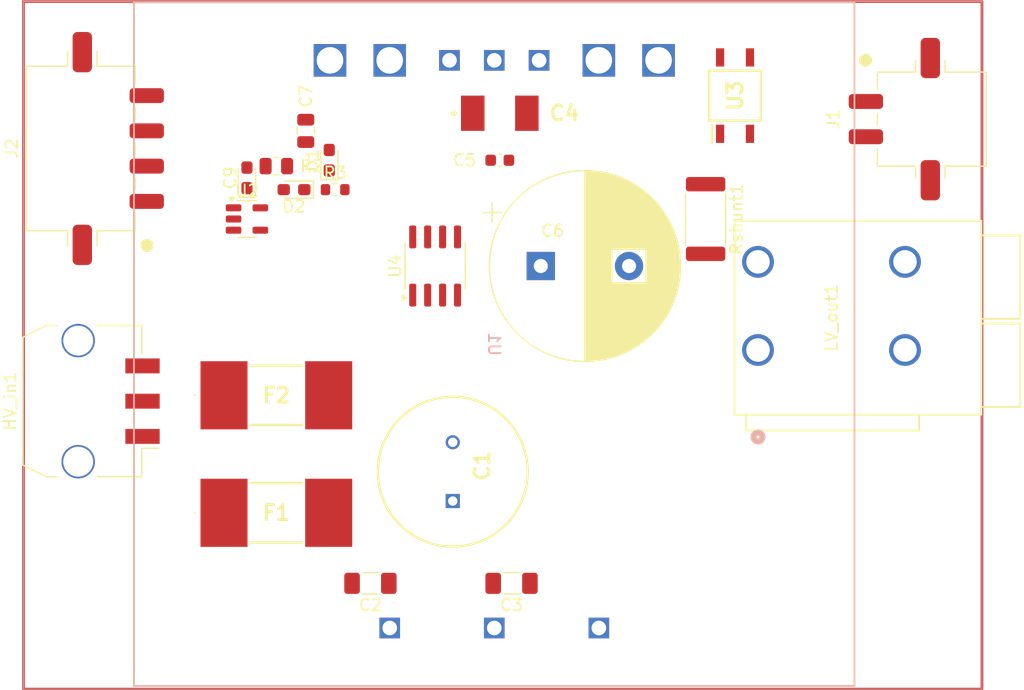
<source format=kicad_pcb>
(kicad_pcb (version 20240108) (generator "pcbnew") (generator_version "8.0")
  (layers (0 "F.Cu" signal) (31 "B.Cu" signal) (34 "B.Paste" user) (35 "F.Paste" user) (36 "B.SilkS" user "B.Silkscreen") (37 "F.SilkS" user "F.Silkscreen") (38 "B.Mask" user) (39 "F.Mask" user) (44 "Edge.Cuts" user))
  (net 0 "")
  (net 1 "/HV-")
  (net 2 "Net-(U1-+S)")
  (net 3 "GND")
  (net 5 "Net-(U1--VIN)")
  (net 6 "Net-(U1-+VIN)")
  (net 7 "Net-(U1-BasePlate)")
  (net 8 "/HV+")
  (net 9 "/LV_Cmeasure")
  (net 10 "Net-(R3-Pad2)")
  (net 11 "+3V3")
  (net 12 "Net-(D1-A)")
  (net 13 "Net-(D1-K)")
  (net 15 "Net-(BT1-+)")
  (net 16 "/TEMP_TSDCDC")
  (net 17 "Net-(LV_out1-Pin_1)")
  (net 18 "Net-(U1-CNT)")
  (footprint "Resistor_SMD:R_0603_1608Metric" (layer "F.Cu") (at 147.5 78.5)
    (property "Reference" "R3" (at 0 -1.43 0) (layer "F.SilkS"))
    (property "Value" "220")
    (fp_line (start -0.237258 -0.5225) (end 0.237258 -0.5225) (stroke (width 0.12)) (layer "F.SilkS"))
    (fp_line (start -0.237258 0.5225) (end 0.237258 0.5225) (stroke (width 0.12)) (layer "F.SilkS"))
    (pad "1" smd roundrect (at -0.825 0) (size 0.8 0.95) (layers "F.Cu" "F.Paste" "F.Mask") (net 13 "Net-(D1-K)"))
    (pad "2" smd roundrect (at 0.825 0) (size 0.8 0.95) (layers "F.Cu" "F.Paste" "F.Mask") (net 10 "Net-(R3-Pad2)"))
  )
  (footprint "Capacitor_SMD:C_1206_3216Metric_Pad1.33x1.80mm_HandSolder" (layer "F.Cu") (at 162.5 112 180)
    (property "Reference" "C3" (at 0 -1.85 360) (layer "F.SilkS"))
    (property "Value" "390p 2kV Y Class")
    (fp_line (start -0.711252 0.91) (end 0.711252 0.91) (stroke (width 0.12)) (layer "F.SilkS"))
    (fp_line (start -0.711252 -0.91) (end 0.711252 -0.91) (stroke (width 0.12)) (layer "F.SilkS"))
    (pad "1" smd roundrect (at -1.5625 0 180) (size 1.325 1.8) (layers "F.Cu" "F.Paste" "F.Mask") (roundrect_rratio 0.188679) (net 7 "Net-(U1-BasePlate)"))
    (pad "2" smd roundrect (at 1.5625 0 180) (size 1.325 1.8) (layers "F.Cu" "F.Paste" "F.Mask") (roundrect_rratio 0.188679) (net 5 "Net-(U1--VIN)"))
  )
  (footprint "FaSTTUBe_connectors:Micro_Mate-N-Lok_2p_horizontal" (layer "F.Cu") (at 198.1075 72.5 90)
    (property "Reference" "J1" (at 0 -8.25 90) (layer "F.SilkS"))
    (property "Value" "MMN-Lok_2p_h")
    (fp_line (start 2.5 -4.5) (end 4 -4.5) (stroke (width 0.12)) (layer "F.SilkS"))
    (fp_line (start -0.5 -4.5) (end 0.5 -4.5) (stroke (width 0.12)) (layer "F.SilkS"))
    (fp_line (start -4 -4.5) (end -2.5 -4.5) (stroke (width 0.12)) (layer "F.SilkS"))
    (fp_line (start 5 -1.25) (end 4 -1.25) (stroke (width 0.12)) (layer "F.SilkS"))
    (fp_line (start 4 -1.25) (end 4 -4.5) (stroke (width 0.12)) (layer "F.SilkS"))
    (fp_line (start -4 -1.25) (end -4 -4.5) (stroke (width 0.12)) (layer "F.SilkS"))
    (fp_line (start -4 -1.25) (end -5 -1.25) (stroke (width 0.12)) (layer "F.SilkS"))
    (fp_line (start 4 1.25) (end 5 1.25) (stroke (width 0.12)) (layer "F.SilkS"))
    (fp_line (start -4 1.25) (end -4 4.75) (stroke (width 0.12)) (layer "F.SilkS"))
    (fp_line (start -5 1.25) (end -4 1.25) (stroke (width 0.12)) (layer "F.SilkS"))
    (fp_line (start 4 4.75) (end 4 1.25) (stroke (width 0.12)) (layer "F.SilkS"))
    (fp_line (start -4 4.75) (end 4 4.75) (stroke (width 0.12)) (layer "F.SilkS"))
    (fp_circle (center 5 -5.5) (end 5.5 -5.5) (stroke (width 0.12)) (fill solid) (layer "F.SilkS"))
    (pad "" smd roundrect (at -5.2 0 90) (size 3.43 1.65) (layers "F.Cu" "F.Paste" "F.Mask"))
    (pad "" smd roundrect (at 5.2 0 90) (size 3.43 1.65) (layers "F.Cu" "F.Paste" "F.Mask"))
    (pad "1" smd roundrect (at 1.5 -5.48 90) (size 1.27 2.92) (layers "F.Cu" "F.Paste" "F.Mask") (net 12 "Net-(D1-A)"))
    (pad "2" smd roundrect (at -1.5 -5.48 90) (size 1.27 2.92) (layers "F.Cu" "F.Paste" "F.Mask") (net 15 "Net-(BT1-+)"))
  )
  (footprint "footprints:0ACG5000TE" (layer "F.Cu") (at 142.5 96)
    (property "Reference" "F2" (at 0 0 360) (layer "F.SilkS") (effects (font (size 1.27 1.27) (thickness 0.254))))
    (property "Value" "450VDC 5 A" (hide yes))
    (fp_line (start -7 0) (end -7 0) (stroke (width 0.1)) (layer "F.SilkS"))
    (fp_line (start -6.9 0) (end -6.9 0) (stroke (width 0.1)) (layer "F.SilkS"))
    (fp_line (start -2.2 -2.525) (end 2.2 -2.525) (stroke (width 0.2)) (layer "F.SilkS"))
    (fp_line (start -2.2 2.525) (end 2.2 2.525) (stroke (width 0.2)) (layer "F.SilkS"))
    (fp_arc (start -7 0) (mid -6.95 -0.05) (end -6.9 0) (stroke (width 0.1)) (layer "F.SilkS"))
    (fp_arc (start -6.9 0) (mid -6.95 0.05) (end -7 0) (stroke (width 0.1)) (layer "F.SilkS"))
    (pad "1" smd rect (at -4.45 0) (size 4 5.8) (layers "F.Cu" "F.Paste" "F.Mask") (net 1 "/HV-"))
    (pad "2" smd rect (at 4.45 0) (size 4 5.8) (layers "F.Cu" "F.Paste" "F.Mask") (net 5 "Net-(U1--VIN)"))
  )
  (footprint "Diode_SMD:D_0603_1608Metric_Pad1.05x0.95mm_HandSolder" (layer "F.Cu") (at 140 77.5 90)
    (property "Reference" "C9" (at 0 -1.43 90) (layer "F.SilkS"))
    (property "Value" "100n")
    (fp_line (start 0.8 -0.735) (end -1.66 -0.735) (stroke (width 0.12)) (layer "F.SilkS"))
    (fp_line (start -1.66 -0.735) (end -1.66 0.735) (stroke (width 0.12)) (layer "F.SilkS"))
    (fp_line (start -1.66 0.735) (end 0.8 0.735) (stroke (width 0.12)) (layer "F.SilkS"))
    (pad "1" smd roundrect (at -0.875 0 90) (size 1.05 0.95) (layers "F.Cu" "F.Paste" "F.Mask") (net 11 "+3V3"))
    (pad "2" smd roundrect (at 0.875 0 90) (size 1.05 0.95) (layers "F.Cu" "F.Paste" "F.Mask") (net 3 "GND"))
  )
  (footprint "footprints:CAPPRD500W60D1275H2200" (layer "F.Cu") (at 157.5 105 90)
    (property "Reference" "C1" (at 3 2.5 90) (layer "F.SilkS") (effects (font (size 1.27 1.27) (thickness 0.254))))
    (property "Value" "22µ 420 VDC" (hide yes))
    (fp_circle (center 2.5 0) (end 2.5 6.375) (stroke (width 0.2)) (fill none) (layer "F.SilkS"))
    (pad "1" thru_hole rect (at 0 0 90) (size 1.2 1.2) (drill 0.8) (layers "*.Cu" "*.Mask") (net 6 "Net-(U1-+VIN)"))
    (pad "2" thru_hole circle (at 5 0 90) (size 1.2 1.2) (drill 0.8) (layers "*.Cu" "*.Mask") (net 5 "Net-(U1--VIN)"))
  )
  (footprint "Diode_SMD:D_0603_1608Metric_Pad1.05x0.95mm_HandSolder" (layer "F.Cu") (at 147 76 90)
    (property "Reference" "D1" (at 0 -1.43 90) (layer "F.SilkS"))
    (property "Value" "D")
    (fp_line (start 0.8 -0.735) (end -1.66 -0.735) (stroke (width 0.12)) (layer "F.SilkS"))
    (fp_line (start -1.66 -0.735) (end -1.66 0.735) (stroke (width 0.12)) (layer "F.SilkS"))
    (fp_line (start -1.66 0.735) (end 0.8 0.735) (stroke (width 0.12)) (layer "F.SilkS"))
    (pad "1" smd roundrect (at -0.875 0 90) (size 1.05 0.95) (layers "F.Cu" "F.Paste" "F.Mask") (net 13 "Net-(D1-K)"))
    (pad "2" smd roundrect (at 0.875 0 90) (size 1.05 0.95) (layers "F.Cu" "F.Paste" "F.Mask") (net 12 "Net-(D1-A)"))
  )
  (footprint "Capacitor_SMD:C_0805_2012Metric" (layer "F.Cu") (at 145 73.5 90)
    (property "Reference" "C7" (at 2.95 0 90) (layer "F.SilkS"))
    (property "Value" "6200 pF")
    (fp_line (start -0.261252 -0.735) (end 0.261252 -0.735) (stroke (width 0.12)) (layer "F.SilkS"))
    (fp_line (start -0.261252 0.735) (end 0.261252 0.735) (stroke (width 0.12)) (layer "F.SilkS"))
    (pad "1" smd roundrect (at -0.95 0 90) (size 1 1.45) (layers "F.Cu" "F.Paste" "F.Mask") (net 9 "/LV_Cmeasure"))
    (pad "2" smd roundrect (at 0.95 0 90) (size 1 1.45) (layers "F.Cu" "F.Paste" "F.Mask") (net 3 "GND"))
  )
  (footprint "Capacitor_SMD:C_1206_3216Metric_Pad1.33x1.80mm_HandSolder" (layer "F.Cu") (at 150.5 112 180)
    (property "Reference" "C2" (at 0 -1.85 360) (layer "F.SilkS"))
    (property "Value" "390p 2kV Y Class")
    (fp_line (start -0.711252 0.91) (end 0.711252 0.91) (stroke (width 0.12)) (layer "F.SilkS"))
    (fp_line (start -0.711252 -0.91) (end 0.711252 -0.91) (stroke (width 0.12)) (layer "F.SilkS"))
    (pad "1" smd roundrect (at -1.5625 0 180) (size 1.325 1.8) (layers "F.Cu" "F.Paste" "F.Mask") (roundrect_rratio 0.188679) (net 6 "Net-(U1-+VIN)"))
    (pad "2" smd roundrect (at 1.5625 0 180) (size 1.325 1.8) (layers "F.Cu" "F.Paste" "F.Mask") (roundrect_rratio 0.188679) (net 7 "Net-(U1-BasePlate)"))
  )
  (footprint "Capacitor_SMD:C_0603_1608Metric" (layer "F.Cu") (at 161.5 76)
    (property "Reference" "C5" (at -3 0 360) (layer "F.SilkS"))
    (property "Value" "2.2µ")
    (fp_line (start -0.14058 -0.51) (end 0.14058 -0.51) (stroke (width 0.12)) (layer "F.SilkS"))
    (fp_line (start -0.14058 0.51) (end 0.14058 0.51) (stroke (width 0.12)) (layer "F.SilkS"))
    (pad "1" smd roundrect (at -0.775 0) (size 0.9 0.95) (layers "F.Cu" "F.Paste" "F.Mask") (net 2 "Net-(U1-+S)"))
    (pad "2" smd roundrect (at 0.775 0) (size 0.9 0.95) (layers "F.Cu" "F.Paste" "F.Mask") (net 3 "GND"))
  )
  (footprint "Capacitor_THT:CP_Radial_D16.0mm_P7.50mm" (layer "F.Cu") (at 164.987246 85)
    (property "Reference" "C6" (at 1 -3 360) (layer "F.SilkS"))
    (property "Value" "820µ")
    (fp_line (start -4.939491 -4.555) (end -3.339491 -4.555) (stroke (width 0.12)) (layer "F.SilkS"))
    (fp_line (start -4.139491 -5.355) (end -4.139491 -3.755) (stroke (width 0.12)) (layer "F.SilkS"))
    (fp_line (start 3.75 -8.081) (end 3.75 8.081) (stroke (width 0.12)) (layer "F.SilkS"))
    (fp_line (start 3.79 -8.08) (end 3.79 8.08) (stroke (width 0.12)) (layer "F.SilkS"))
    (fp_line (start 3.83 -8.08) (end 3.83 8.08) (stroke (width 0.12)) (layer "F.SilkS"))
    (fp_line (start 3.87 -8.08) (end 3.87 8.08) (stroke (width 0.12)) (layer "F.SilkS"))
    (fp_line (start 3.91 -8.079) (end 3.91 8.079) (stroke (width 0.12)) (layer "F.SilkS"))
    (fp_line (start 3.95 -8.078) (end 3.95 8.078) (stroke (width 0.12)) (layer "F.SilkS"))
    (fp_line (start 3.99 -8.077) (end 3.99 8.077) (stroke (width 0.12)) (layer "F.SilkS"))
    (fp_line (start 4.03 -8.076) (end 4.03 8.076) (stroke (width 0.12)) (layer "F.SilkS"))
    (fp_line (start 4.07 -8.074) (end 4.07 8.074) (stroke (width 0.12)) (layer "F.SilkS"))
    (fp_line (start 4.11 -8.073) (end 4.11 8.073) (stroke (width 0.12)) (layer "F.SilkS"))
    (fp_line (start 4.15 -8.071) (end 4.15 8.071) (stroke (width 0.12)) (layer "F.SilkS"))
    (fp_line (start 4.19 -8.069) (end 4.19 8.069) (stroke (width 0.12)) (layer "F.SilkS"))
    (fp_line (start 4.23 -8.066) (end 4.23 8.066) (stroke (width 0.12)) (layer "F.SilkS"))
    (fp_line (start 4.27 -8.064) (end 4.27 8.064) (stroke (width 0.12)) (layer "F.SilkS"))
    (fp_line (start 4.31 -8.061) (end 4.31 8.061) (stroke (width 0.12)) (layer "F.SilkS"))
    (fp_line (start 4.35 -8.058) (end 4.35 8.058) (stroke (width 0.12)) (layer "F.SilkS"))
    (fp_line (start 4.39 -8.055) (end 4.39 8.055) (stroke (width 0.12)) (layer "F.SilkS"))
    (fp_line (start 4.43 -8.052) (end 4.43 8.052) (stroke (width 0.12)) (layer "F.SilkS"))
    (fp_line (start 4.471 -8.049) (end 4.471 8.049) (stroke (width 0.12)) (layer "F.SilkS"))
    (fp_line (start 4.511 -8.045) (end 4.511 8.045) (stroke (width 0.12)) (layer "F.SilkS"))
    (fp_line (start 4.551 -8.041) (end 4.551 8.041) (stroke (width 0.12)) (layer "F.SilkS"))
    (fp_line (start 4.591 -8.037) (end 4.591 8.037) (stroke (width 0.12)) (layer "F.SilkS"))
    (fp_line (start 4.631 -8.033) (end 4.631 8.033) (stroke (width 0.12)) (layer "F.SilkS"))
    (fp_line (start 4.671 -8.028) (end 4.671 8.028) (stroke (width 0.12)) (layer "F.SilkS"))
    (fp_line (start 4.711 -8.024) (end 4.711 8.024) (stroke (width 0.12)) (layer "F.SilkS"))
    (fp_line (start 4.751 -8.019) (end 4.751 8.019) (stroke (width 0.12)) (layer "F.SilkS"))
    (fp_line (start 4.791 -8.014) (end 4.791 8.014) (stroke (width 0.12)) (layer "F.SilkS"))
    (fp_line (start 4.831 -8.008) (end 4.831 8.008) (stroke (width 0.12)) (layer "F.SilkS"))
    (fp_line (start 4.871 -8.003) (end 4.871 8.003) (stroke (width 0.12)) (layer "F.SilkS"))
    (fp_line (start 4.911 -7.997) (end 4.911 7.997) (stroke (width 0.12)) (layer "F.SilkS"))
    (fp_line (start 4.951 -7.991) (end 4.951 7.991) (stroke (width 0.12)) (layer "F.SilkS"))
    (fp_line (start 4.991 -7.985) (end 4.991 7.985) (stroke (width 0.12)) (layer "F.SilkS"))
    (fp_line (start 5.031 -7.979) (end 5.031 7.979) (stroke (width 0.12)) (layer "F.SilkS"))
    (fp_line (start 5.071 -7.972) (end 5.071 7.972) (stroke (width 0.12)) (layer "F.SilkS"))
    (fp_line (start 5.111 -7.966) (end 5.111 7.966) (stroke (width 0.12)) (layer "F.SilkS"))
    (fp_line (start 5.151 -7.959) (end 5.151 7.959) (stroke (width 0.12)) (layer "F.SilkS"))
    (fp_line (start 5.191 -7.952) (end 5.191 7.952) (stroke (width 0.12)) (layer "F.SilkS"))
    (fp_line (start 5.231 -7.944) (end 5.231 7.944) (stroke (width 0.12)) (layer "F.SilkS"))
    (fp_line (start 5.271 -7.937) (end 5.271 7.937) (stroke (width 0.12)) (layer "F.SilkS"))
    (fp_line (start 5.311 -7.929) (end 5.311 7.929) (stroke (width 0.12)) (layer "F.SilkS"))
    (fp_line (start 5.351 -7.921) (end 5.351 7.921) (stroke (width 0.12)) (layer "F.SilkS"))
    (fp_line (start 5.391 -7.913) (end 5.391 7.913) (stroke (width 0.12)) (layer "F.SilkS"))
    (fp_line (start 5.431 -7.905) (end 5.431 7.905) (stroke (width 0.12)) (layer "F.SilkS"))
    (fp_line (start 5.471 -7.896) (end 5.471 7.896) (stroke (width 0.12)) (layer "F.SilkS"))
    (fp_line (start 5.511 -7.887) (end 5.511 7.887) (stroke (width 0.12)) (layer "F.SilkS"))
    (fp_line (start 5.551 -7.878) (end 5.551 7.878) (stroke (width 0.12)) (layer "F.SilkS"))
    (fp_line (start 5.591 -7.869) (end 5.591 7.869) (stroke (width 0.12)) (layer "F.SilkS"))
    (fp_line (start 5.631 -7.86) (end 5.631 7.86) (stroke (width 0.12)) (layer "F.SilkS"))
    (fp_line (start 5.671 -7.85) (end 5.671 7.85) (stroke (width 0.12)) (layer "F.SilkS"))
    (fp_line (start 5.711 -7.84) (end 5.711 7.84) (stroke (width 0.12)) (layer "F.SilkS"))
    (fp_line (start 5.751 -7.83) (end 5.751 7.83) (stroke (width 0.12)) (layer "F.SilkS"))
    (fp_line (start 5.791 -7.82) (end 5.791 7.82) (stroke (width 0.12)) (layer "F.SilkS"))
    (fp_line (start 5.831 -7.81) (end 5.831 7.81) (stroke (width 0.12)) (layer "F.SilkS"))
    (fp_line (start 5.871 -7.799) (end 5.871 7.799) (stroke (width 0.12)) (layer "F.SilkS"))
    (fp_line (start 5.911 -7.788) (end 5.911 7.788) (stroke (width 0.12)) (layer "F.SilkS"))
    (fp_line (start 5.951 -7.777) (end 5.951 7.777) (stroke (width 0.12)) (layer "F.SilkS"))
    (fp_line (start 5.991 -7.765) (end 5.991 7.765) (stroke (width 0.12)) (layer "F.SilkS"))
    (fp_line (start 6.031 -7.754) (end 6.031 7.754) (stroke (width 0.12)) (layer "F.SilkS"))
    (fp_line (start 6.071 -7.742) (end 6.071 -1.44) (stroke (width 0.12)) (layer "F.SilkS"))
    (fp_line (start 6.071 1.44) (end 6.071 7.742) (stroke (width 0.12)) (layer "F.SilkS"))
    (fp_line (start 6.111 -7.73) (end 6.111 -1.44) (stroke (width 0.12)) (layer "F.SilkS"))
    (fp_line (start 6.111 1.44) (end 6.111 7.73) (stroke (width 0.12)) (layer "F.SilkS"))
    (fp_line (start 6.151 -7.718) (end 6.151 -1.44) (stroke (width 0.12)) (layer "F.SilkS"))
    (fp_line (start 6.151 1.44) (end 6.151 7.718) (stroke (width 0.12)) (layer "F.SilkS"))
    (fp_line (start 6.191 -7.705) (end 6.191 -1.44) (stroke (width 0.12)) (layer "F.SilkS"))
    (fp_line (start 6.191 1.44) (end 6.191 7.705) (stroke (width 0.12)) (layer "F.SilkS"))
    (fp_line (start 6.231 -7.693) (end 6.231 -1.44) (stroke (width 0.12)) (layer "F.SilkS"))
    (fp_line (start 6.231 1.44) (end 6.231 7.693) (stroke (width 0.12)) (layer "F.SilkS"))
    (fp_line (start 6.271 -7.68) (end 6.271 -1.44) (stroke (width 0.12)) (layer "F.SilkS"))
    (fp_line (start 6.271 1.44) (end 6.271 7.68) (stroke (width 0.12)) (layer "F.SilkS"))
    (fp_line (start 6.311 -7.666) (end 6.311 -1.44) (stroke (width 0.12)) (layer "F.SilkS"))
    (fp_line (start 6.311 1.44) (end 6.311 7.666) (stroke (width 0.12)) (layer "F.SilkS"))
    (fp_line (start 6.351 -7.653) (end 6.351 -1.44) (stroke (width 0.12)) (layer "F.SilkS"))
    (fp_line (start 6.351 1.44) (end 6.351 7.653) (stroke (width 0.12)) (layer "F.SilkS"))
    (fp_line (start 6.391 -7.639) (end 6.391 -1.44) (stroke (width 0.12)) (layer "F.SilkS"))
    (fp_line (start 6.391 1.44) (end 6.391 7.639) (stroke (width 0.12)) (layer "F.SilkS"))
    (fp_line (start 6.431 -7.625) (end 6.431 -1.44) (stroke (width 0.12)) (layer "F.SilkS"))
    (fp_line (start 6.431 1.44) (end 6.431 7.625) (stroke (width 0.12)) (layer "F.SilkS"))
    (fp_line (start 6.471 -7.611) (end 6.471 -1.44) (stroke (width 0.12)) (layer "F.SilkS"))
    (fp_line (start 6.471 1.44) (end 6.471 7.611) (stroke (width 0.12)) (layer "F.SilkS"))
    (fp_line (start 6.511 -7.597) (end 6.511 -1.44) (stroke (width 0.12)) (layer "F.SilkS"))
    (fp_line (start 6.511 1.44) (end 6.511 7.597) (stroke (width 0.12)) (layer "F.SilkS"))
    (fp_line (start 6.551 -7.582) (end 6.551 -1.44) (stroke (width 0.12)) (layer "F.SilkS"))
    (fp_line (start 6.551 1.44) (end 6.551 7.582) (stroke (width 0.12)) (layer "F.SilkS"))
    (fp_line (start 6.591 -7.568) (end 6.591 -1.44) (stroke (width 0.12)) (layer "F.SilkS"))
    (fp_line (start 6.591 1.44) (end 6.591 7.568) (stroke (width 0.12)) (layer "F.SilkS"))
    (fp_line (start 6.631 -7.553) (end 6.631 -1.44) (stroke (width 0.12)) (layer "F.SilkS"))
    (fp_line (start 6.631 1.44) (end 6.631 7.553) (stroke (width 0.12)) (layer "F.SilkS"))
    (fp_line (start 6.671 -7.537) (end 6.671 -1.44) (stroke (width 0.12)) (layer "F.SilkS"))
    (fp_line (start 6.671 1.44) (end 6.671 7.537) (stroke (width 0.12)) (layer "F.SilkS"))
    (fp_line (start 6.711 -7.522) (end 6.711 -1.44) (stroke (width 0.12)) (layer "F.SilkS"))
    (fp_line (start 6.711 1.44) (end 6.711 7.522) (stroke (width 0.12)) (layer "F.SilkS"))
    (fp_line (start 6.751 -7.506) (end 6.751 -1.44) (stroke (width 0.12)) (layer "F.SilkS"))
    (fp_line (start 6.751 1.44) (end 6.751 7.506) (stroke (width 0.12)) (layer "F.SilkS"))
    (fp_line (start 6.791 -7.49) (end 6.791 -1.44) (stroke (width 0.12)) (layer "F.SilkS"))
    (fp_line (start 6.791 1.44) (end 6.791 7.49) (stroke (width 0.12)) (layer "F.SilkS"))
    (fp_line (start 6.831 -7.474) (end 6.831 -1.44) (stroke (width 0.12)) (layer "F.SilkS"))
    (fp_line (start 6.831 1.44) (end 6.831 7.474) (stroke (width 0.12)) (layer "F.SilkS"))
    (fp_line (start 6.871 -7.457) (end 6.871 -1.44) (stroke (width 0.12)) (layer "F.SilkS"))
    (fp_line (start 6.871 1.44) (end 6.871 7.457) (stroke (width 0.12)) (layer "F.SilkS"))
    (fp_line (start 6.911 -7.44) (end 6.911 -1.44) (stroke (width 0.12)) (layer "F.SilkS"))
    (fp_line (start 6.911 1.44) (end 6.911 7.44) (stroke (width 0.12)) (layer "F.SilkS"))
    (fp_line (start 6.951 -7.423) (end 6.951 -1.44) (stroke (width 0.12)) (layer "F.SilkS"))
    (fp_line (start 6.951 1.44) (end 6.951 7.423) (stroke (width 0.12)) (layer "F.SilkS"))
    (fp_line (start 6.991 -7.406) (end 6.991 -1.44) (stroke (width 0.12)) (layer "F.SilkS"))
    (fp_line (start 6.991 1.44) (end 6.991 7.406) (stroke (width 0.12)) (layer "F.SilkS"))
    (fp_line (start 7.031 -7.389) (end 7.031 -1.44) (stroke (width 0.12)) (layer "F.SilkS"))
    (fp_line (start 7.031 1.44) (end 7.031 7.389) (stroke (width 0.12)) (layer "F.SilkS"))
    (fp_line (start 7.071 -7.371) (end 7.071 -1.44) (stroke (width 0.12)) (layer "F.SilkS"))
    (fp_line (start 7.071 1.44) (end 7.071 7.371) (stroke (width 0.12)) (layer "F.SilkS"))
    (fp_line (start 7.111 -7.353) (end 7.111 -1.44) (stroke (width 0.12)) (layer "F.SilkS"))
    (fp_line (start 7.111 1.44) (end 7.111 7.353) (stroke (width 0.12)) (layer "F.SilkS"))
    (fp_line (start 7.151 -7.334) (end 7.151 -1.44) (stroke (width 0.12)) (layer "F.SilkS"))
    (fp_line (start 7.151 1.44) (end 7.151 7.334) (stroke (width 0.12)) (layer "F.SilkS"))
    (fp_line (start 7.191 -7.316) (end 7.191 -1.44) (stroke (width 0.12)) (layer "F.SilkS"))
    (fp_line (start 7.191 1.44) (end 7.191 7.316) (stroke (width 0.12)) (layer "F.SilkS"))
    (fp_line (start 7.231 -7.297) (end 7.231 -1.44) (stroke (width 0.12)) (layer "F.SilkS"))
    (fp_line (start 7.231 1.44) (end 7.231 7.297) (stroke (width 0.12)) (layer "F.SilkS"))
    (fp_line (start 7.271 -7.278) (end 7.271 -1.44) (stroke (width 0.12)) (layer "F.SilkS"))
    (fp_line (start 7.271 1.44) (end 7.271 7.278) (stroke (width 0.12)) (layer "F.SilkS"))
    (fp_line (start 7.311 -7.258) (end 7.311 -1.44) (stroke (width 0.12)) (layer "F.SilkS"))
    (fp_line (start 7.311 1.44) (end 7.311 7.258) (stroke (width 0.12)) (layer "F.SilkS"))
    (fp_line (start 7.351 -7.239) (end 7.351 -1.44) (stroke (width 0.12)) (layer "F.SilkS"))
    (fp_line (start 7.351 1.44) (end 7.351 7.239) (stroke (width 0.12)) (layer "F.SilkS"))
    (fp_line (start 7.391 -7.219) (end 7.391 -1.44) (stroke (width 0.12)) (layer "F.SilkS"))
    (fp_line (start 7.391 1.44) (end 7.391 7.219) (stroke (width 0.12)) (layer "F.SilkS"))
    (fp_line (start 7.431 -7.199) (end 7.431 -1.44) (stroke (width 0.12)) (layer "F.SilkS"))
    (fp_line (start 7.431 1.44) (end 7.431 7.199) (stroke (width 0.12)) (layer "F.SilkS"))
    (fp_line (start 7.471 -7.178) (end 7.471 -1.44) (stroke (width 0.12)) (layer "F.SilkS"))
    (fp_line (start 7.471 1.44) (end 7.471 7.178) (stroke (width 0.12)) (layer "F.SilkS"))
    (fp_line (start 7.511 -7.157) (end 7.511 -1.44) (stroke (width 0.12)) (layer "F.SilkS"))
    (fp_line (start 7.511 1.44) (end 7.511 7.157) (stroke (width 0.12)) (layer "F.SilkS"))
    (fp_line (start 7.551 -7.136) (end 7.551 -1.44) (stroke (width 0.12)) (layer "F.SilkS"))
    (fp_line (start 7.551 1.44) (end 7.551 7.136) (stroke (width 0.12)) (layer "F.SilkS"))
    (fp_line (start 7.591 -7.115) (end 7.591 -1.44) (stroke (width 0.12)) (layer "F.SilkS"))
    (fp_line (start 7.591 1.44) (end 7.591 7.115) (stroke (width 0.12)) (layer "F.SilkS"))
    (fp_line (start 7.631 -7.094) (end 7.631 -1.44) (stroke (width 0.12)) (layer "F.SilkS"))
    (fp_line (start 7.631 1.44) (end 7.631 7.094) (stroke (width 0.12)) (layer "F.SilkS"))
    (fp_line (start 7.671 -7.072) (end 7.671 -1.44) (stroke (width 0.12)) (layer "F.SilkS"))
    (fp_line (start 7.671 1.44) (end 7.671 7.072) (stroke (width 0.12)) (layer "F.SilkS"))
    (fp_line (start 7.711 -7.049) (end 7.711 -1.44) (stroke (width 0.12)) (layer "F.SilkS"))
    (fp_line (start 7.711 1.44) (end 7.711 7.049) (stroke (width 0.12)) (layer "F.SilkS"))
    (fp_line (start 7.751 -7.027) (end 7.751 -1.44) (stroke (width 0.12)) (layer "F.SilkS"))
    (fp_line (start 7.751 1.44) (end 7.751 7.027) (stroke (width 0.12)) (layer "F.SilkS"))
    (fp_line (start 7.791 -7.004) (end 7.791 -1.44) (stroke (width 0.12)) (layer "F.SilkS"))
    (fp_line (start 7.791 1.44) (end 7.791 7.004) (stroke (width 0.12)) (layer "F.SilkS"))
    (fp_line (start 7.831 -6.981) (end 7.831 -1.44) (stroke (width 0.12)) (layer "F.SilkS"))
    (fp_line (start 7.831 1.44) (end 7.831 6.981) (stroke (width 0.12)) (layer "F.SilkS"))
    (fp_line (start 7.871 -6.958) (end 7.871 -1.44) (stroke (width 0.12)) (layer "F.SilkS"))
    (fp_line (start 7.871 1.44) (end 7.871 6.958) (stroke (width 0.12)) (layer "F.SilkS"))
    (fp_line (start 7.911 -6.934) (end 7.911 -1.44) (stroke (width 0.12)) (layer "F.SilkS"))
    (fp_line (start 7.911 1.44) (end 7.911 6.934) (stroke (width 0.12)) (layer "F.SilkS"))
    (fp_line (start 7.951 -6.91) (end 7.951 -1.44) (stroke (width 0.12)) (layer "F.SilkS"))
    (fp_line (start 7.951 1.44) (end 7.951 6.91) (stroke (width 0.12)) (layer "F.SilkS"))
    (fp_line (start 7.991 -6.886) (end 7.991 -1.44) (stroke (width 0.12)) (layer "F.SilkS"))
    (fp_line (start 7.991 1.44) (end 7.991 6.886) (stroke (width 0.12)) (layer "F.SilkS"))
    (fp_line (start 8.031 -6.861) (end 8.031 -1.44) (stroke (width 0.12)) (layer "F.SilkS"))
    (fp_line (start 8.031 1.44) (end 8.031 6.861) (stroke (width 0.12)) (layer "F.SilkS"))
    (fp_line (start 8.071 -6.836) (end 8.071 -1.44) (stroke (width 0.12)) (layer "F.SilkS"))
    (fp_line (start 8.071 1.44) (end 8.071 6.836) (stroke (width 0.12)) (layer "F.SilkS"))
    (fp_line (start 8.111 -6.811) (end 8.111 -1.44) (stroke (width 0.12)) (layer "F.SilkS"))
    (fp_line (start 8.111 1.44) (end 8.111 6.811) (stroke (width 0.12)) (layer "F.SilkS"))
    (fp_line (start 8.151 -6.785) (end 8.151 -1.44) (stroke (width 0.12)) (layer "F.SilkS"))
    (fp_line (start 8.151 1.44) (end 8.151 6.785) (stroke (width 0.12)) (layer "F.SilkS"))
    (fp_line (start 8.191 -6.759) (end 8.191 -1.44) (stroke (width 0.12)) (layer "F.SilkS"))
    (fp_line (start 8.191 1.44) (end 8.191 6.759) (stroke (width 0.12)) (layer "F.SilkS"))
    (fp_line (start 8.231 -6.733) (end 8.231 -1.44) (stroke (width 0.12)) (layer "F.SilkS"))
    (fp_line (start 8.231 1.44) (end 8.231 6.733) (stroke (width 0.12)) (layer "F.SilkS"))
    (fp_line (start 8.271 -6.706) (end 8.271 -1.44) (stroke (width 0.12)) (layer "F.SilkS"))
    (fp_line (start 8.271 1.44) (end 8.271 6.706) (stroke (width 0.12)) (layer "F.SilkS"))
    (fp_line (start 8.311 -6.679) (end 8.311 -1.44) (stroke (width 0.12)) (layer "F.SilkS"))
    (fp_line (start 8.311 1.44) (end 8.311 6.679) (stroke (width 0.12)) (layer "F.SilkS"))
    (fp_line (start 8.351 -6.652) (end 8.351 -1.44) (stroke (width 0.12)) (layer "F.SilkS"))
    (fp_line (start 8.351 1.44) (end 8.351 6.652) (stroke (width 0.12)) (layer "F.SilkS"))
    (fp_line (start 8.391 -6.624) (end 8.391 -1.44) (stroke (width 0.12)) (layer "F.SilkS"))
    (fp_line (start 8.391 1.44) (end 8.391 6.624) (stroke (width 0.12)) (layer "F.SilkS"))
    (fp_line (start 8.431 -6.596) (end 8.431 -1.44) (stroke (width 0.12)) (layer "F.SilkS"))
    (fp_line (start 8.431 1.44) (end 8.431 6.596) (stroke (width 0.12)) (layer "F.SilkS"))
    (fp_line (start 8.471 -6.568) (end 8.471 -1.44) (stroke (width 0.12)) (layer "F.SilkS"))
    (fp_line (start 8.471 1.44) (end 8.471 6.568) (stroke (width 0.12)) (layer "F.SilkS"))
    (fp_line (start 8.511 -6.539) (end 8.511 -1.44) (stroke (width 0.12)) (layer "F.SilkS"))
    (fp_line (start 8.511 1.44) (end 8.511 6.539) (stroke (width 0.12)) (layer "F.SilkS"))
    (fp_line (start 8.551 -6.51) (end 8.551 -1.44) (stroke (width 0.12)) (layer "F.SilkS"))
    (fp_line (start 8.551 1.44) (end 8.551 6.51) (stroke (width 0.12)) (layer "F.SilkS"))
    (fp_line (start 8.591 -6.48) (end 8.591 -1.44) (stroke (width 0.12)) (layer "F.SilkS"))
    (fp_line (start 8.591 1.44) (end 8.591 6.48) (stroke (width 0.12)) (layer "F.SilkS"))
    (fp_line (start 8.631 -6.45) (end 8.631 -1.44) (stroke (width 0.12)) (layer "F.SilkS"))
    (fp_line (start 8.631 1.44) (end 8.631 6.45) (stroke (width 0.12)) (layer "F.SilkS"))
    (fp_line (start 8.671 -6.42) (end 8.671 -1.44) (stroke (width 0.12)) (layer "F.SilkS"))
    (fp_line (start 8.671 1.44) (end 8.671 6.42) (stroke (width 0.12)) (layer "F.SilkS"))
    (fp_line (start 8.711 -6.39) (end 8.711 -1.44) (stroke (width 0.12)) (layer "F.SilkS"))
    (fp_line (start 8.711 1.44) (end 8.711 6.39) (stroke (width 0.12)) (layer "F.SilkS"))
    (fp_line (start 8.751 -6.358) (end 8.751 -1.44) (stroke (width 0.12)) (layer "F.SilkS"))
    (fp_line (start 8.751 1.44) (end 8.751 6.358) (stroke (width 0.12)) (layer "F.SilkS"))
    (fp_line (start 8.791 -6.327) (end 8.791 -1.44) (stroke (width 0.12)) (layer "F.SilkS"))
    (fp_line (start 8.791 1.44) (end 8.791 6.327) (stroke (width 0.12)) (layer "F.SilkS"))
    (fp_line (start 8.831 -6.295) (end 8.831 -1.44) (stroke (width 0.12)) (layer "F.SilkS"))
    (fp_line (start 8.831 1.44) (end 8.831 6.295) (stroke (width 0.12)) (layer "F.SilkS"))
    (fp_line (start 8.871 -6.263) (end 8.871 -1.44) (stroke (width 0.12)) (layer "F.SilkS"))
    (fp_line (start 8.871 1.44) (end 8.871 6.263) (stroke (width 0.12)) (layer "F.SilkS"))
    (fp_line (start 8.911 -6.23) (end 8.911 -1.44) (stroke (width 0.12)) (layer "F.SilkS"))
    (fp_line (start 8.911 1.44) (end 8.911 6.23) (stroke (width 0.12)) (layer "F.SilkS"))
    (fp_line (start 8.951 -6.197) (end 8.951 6.197) (stroke (width 0.12)) (layer "F.SilkS"))
    (fp_line (start 8.991 -6.163) (end 8.991 6.163) (stroke (width 0.12)) (layer "F.SilkS"))
    (fp_line (start 9.031 -6.129) (end 9.031 6.129) (stroke (width 0.12)) (layer "F.SilkS"))
    (fp_line (start 9.071 -6.095) (end 9.071 6.095) (stroke (width 0.12)) (layer "F.SilkS"))
    (fp_line (start 9.111 -6.06) (end 9.111 6.06) (stroke (width 0.12)) (layer "F.SilkS"))
    (fp_line (start 9.151 -6.025) (end 9.151 6.025) (stroke (width 0.12)) (layer "F.SilkS"))
    (fp_line (start 9.191 -5.989) (end 9.191 5.989) (stroke (width 0.12)) (layer "F.SilkS"))
    (fp_line (start 9.231 -5.952) (end 9.231 5.952) (stroke (width 0.12)) (layer "F.SilkS"))
    (fp_line (start 9.271 -5.916) (end 9.271 5.916) (stroke (width 0.12)) (layer "F.SilkS"))
    (fp_line (start 9.311 -5.878) (end 9.311 5.878) (stroke (width 0.12)) (layer "F.SilkS"))
    (fp_line (start 9.351 -5.84) (end 9.351 5.84) (stroke (width 0.12)) (layer "F.SilkS"))
    (fp_line (start 9.391 -5.802) (end 9.391 5.802) (stroke (width 0.12)) (layer "F.SilkS"))
    (fp_line (start 9.431 -5.763) (end 9.431 5.763) (stroke (width 0.12)) (layer "F.SilkS"))
    (fp_line (start 9.471 -5.724) (end 9.471 5.724) (stroke (width 0.12)) (layer "F.SilkS"))
    (fp_line (start 9.511 -5.684) (end 9.511 5.684) (stroke (width 0.12)) (layer "F.SilkS"))
    (fp_line (start 9.551 -5.643) (end 9.551 5.643) (stroke (width 0.12)) (layer "F.SilkS"))
    (fp_line (start 9.591 -5.602) (end 9.591 5.602) (stroke (width 0.12)) (layer "F.SilkS"))
    (fp_line (start 9.631 -5.56) (end 9.631 5.56) (stroke (width 0.12)) (layer "F.SilkS"))
    (fp_line (start 9.671 -5.518) (end 9.671 5.518) (stroke (width 0.12)) (layer "F.SilkS"))
    (fp_line (start 9.711 -5.475) (end 9.711 5.475) (stroke (width 0.12)) (layer "F.SilkS"))
    (fp_line (start 9.751 -5.432) (end 9.751 5.432) (stroke (width 0.12)) (layer "F.SilkS"))
    (fp_line (start 9.791 -5.388) (end 9.791 5.388) (stroke (width 0.12)) (layer "F.SilkS"))
    (fp_line (start 9.831 -5.343) (end 9.831 5.343) (stroke (width 0.12)) (layer "F.SilkS"))
    (fp_line (start 9.871 -5.297) (end 9.871 5.297) (stroke (width 0.12)) (layer "F.SilkS"))
    (fp_line (start 9.911 -5.251) (end 9.911 5.251) (stroke (width 0.12)) (layer "F.SilkS"))
    (fp_line (start 9.951 -5.204) (end 9.951 5.204) (stroke (width 0.12)) (layer "F.SilkS"))
    (fp_line (start 9.991 -5.156) (end 9.991 5.156) (stroke (width 0.12)) (layer "F.SilkS"))
    (fp_line (start 10.031 -5.108) (end 10.031 5.108) (stroke (width 0.12)) (layer "F.SilkS"))
    (fp_line (start 10.071 -5.059) (end 10.071 5.059) (stroke (width 0.12)) (layer "F.SilkS"))
    (fp_line (start 10.111 -5.009) (end 10.111 5.009) (stroke (width 0.12)) (layer "F.SilkS"))
    (fp_line (start 10.151 -4.958) (end 10.151 4.958) (stroke (width 0.12)) (layer "F.SilkS"))
    (fp_line (start 10.191 -4.906) (end 10.191 4.906) (stroke (width 0.12)) (layer "F.SilkS"))
    (fp_line (start 10.231 -4.854) (end 10.231 4.854) (stroke (width 0.12)) (layer "F.SilkS"))
    (fp_line (start 10.271 -4.8) (end 10.271 4.8) (stroke (width 0.12)) (layer "F.SilkS"))
    (fp_line (start 10.311 -4.746) (end 10.311 4.746) (stroke (width 0.12)) (layer "F.SilkS"))
    (fp_line (start 10.351 -4.691) (end 10.351 4.691) (stroke (width 0.12)) (layer "F.SilkS"))
    (fp_line (start 10.391 -4.634) (end 10.391 4.634) (stroke (width 0.12)) (layer "F.SilkS"))
    (fp_line (start 10.431 -4.577) (end 10.431 4.577) (stroke (width 0.12)) (layer "F.SilkS"))
    (fp_line (start 10.471 -4.519) (end 10.471 4.519) (stroke (width 0.12)) (layer "F.SilkS"))
    (fp_line (start 10.511 -4.459) (end 10.511 4.459) (stroke (width 0.12)) (layer "F.SilkS"))
    (fp_line (start 10.551 -4.398) (end 10.551 4.398) (stroke (width 0.12)) (layer "F.SilkS"))
    (fp_line (start 10.591 -4.336) (end 10.591 4.336) (stroke (width 0.12)) (layer "F.SilkS"))
    (fp_line (start 10.631 -4.273) (end 10.631 4.273) (stroke (width 0.12)) (layer "F.SilkS"))
    (fp_line (start 10.671 -4.209) (end 10.671 4.209) (stroke (width 0.12)) (layer "F.SilkS"))
    (fp_line (start 10.711 -4.143) (end 10.711 4.143) (stroke (width 0.12)) (layer "F.SilkS"))
    (fp_line (start 10.751 -4.076) (end 10.751 4.076) (stroke (width 0.12)) (layer "F.SilkS"))
    (fp_line (start 10.791 -4.007) (end 10.791 4.007) (stroke (width 0.12)) (layer "F.SilkS"))
    (fp_line (start 10.831 -3.936) (end 10.831 3.936) (stroke (width 0.12)) (layer "F.SilkS"))
    (fp_line (start 10.871 -3.864) (end 10.871 3.864) (stroke (width 0.12)) (layer "F.SilkS"))
    (fp_line (start 10.911 -3.79) (end 10.911 3.79) (stroke (width 0.12)) (layer "F.SilkS"))
    (fp_line (start 10.951 -3.715) (end 10.951 3.715) (stroke (width 0.12)) (layer "F.SilkS"))
    (fp_line (start 10.991 -3.637) (end 10.991 3.637) (stroke (width 0.12)) (layer "F.SilkS"))
    (fp_line (start 11.031 -3.557) (end 11.031 3.557) (stroke (width 0.12)) (layer "F.SilkS"))
    (fp_line (start 11.071 -3.475) (end 11.071 3.475) (stroke (width 0.12)) (layer "F.SilkS"))
    (fp_line (start 11.111 -3.39) (end 11.111 3.39) (stroke (width 0.12)) (layer "F.SilkS"))
    (fp_line (start 11.151 -3.303) (end 11.151 3.303) (stroke (width 0.12)) (layer "F.SilkS"))
    (fp_line (start 11.191 -3.213) (end 11.191 3.213) (stroke (width 0.12)) (layer "F.SilkS"))
    (fp_line (start 11.231 -3.12) (end 11.231 3.12) (stroke (width 0.12)) (layer "F.SilkS"))
    (fp_line (start 11.271 -3.024) (end 11.271 3.024) (stroke (width 0.12)) (layer "F.SilkS"))
    (fp_line (start 11.311 -2.924) (end 11.311 2.924) (stroke (width 0.12)) (layer "F.SilkS"))
    (fp_line (start 11.351 -2.82) (end 11.351 2.82) (stroke (width 0.12)) (layer "F.SilkS"))
    (fp_line (start 11.391 -2.711) (end 11.391 2.711) (stroke (width 0.12)) (layer "F.SilkS"))
    (fp_line (start 11.431 -2.597) (end 11.431 2.597) (stroke (width 0.12)) (layer "F.SilkS"))
    (fp_line (start 11.471 -2.478) (end 11.471 2.478) (stroke (width 0.12)) (layer "F.SilkS"))
    (fp_line (start 11.511 -2.351) (end 11.511 2.351) (stroke (width 0.12)) (layer "F.SilkS"))
    (fp_line (start 11.551 -2.218) (end 11.551 2.218) (stroke (width 0.12)) (layer "F.SilkS"))
    (fp_line (start 11.591 -2.074) (end 11.591 2.074) (stroke (width 0.12)) (layer "F.SilkS"))
    (fp_line (start 11.631 -1.92) (end 11.631 1.92) (stroke (width 0.12)) (layer "F.SilkS"))
    (fp_line (start 11.671 -1.752) (end 11.671 1.752) (stroke (width 0.12)) (layer "F.SilkS"))
    (fp_line (start 11.711 -1.564) (end 11.711 1.564) (stroke (width 0.12)) (layer "F.SilkS"))
    (fp_line (start 11.751 -1.351) (end 11.751 1.351) (stroke (width 0.12)) (layer "F.SilkS"))
    (fp_line (start 11.791 -1.098) (end 11.791 1.098) (stroke (width 0.12)) (layer "F.SilkS"))
    (fp_line (start 11.831 -0.765) (end 11.831 0.765) (stroke (width 0.12)) (layer "F.SilkS"))
    (fp_circle (center 3.75 0) (end 11.87 0) (stroke (width 0.12)) (fill none) (layer "F.SilkS"))
    (pad "1" thru_hole rect (at 0 0) (size 2.4 2.4) (drill 1.2) (layers "*.Cu" "*.Mask") (net 2 "Net-(U1-+S)"))
    (pad "2" thru_hole circle (at 7.5 0) (size 2.4 2.4) (drill 1.2) (layers "*.Cu" "*.Mask") (net 3 "GND"))
  )
  (footprint "Resistor_SMD:R_0805_2012Metric" (layer "F.Cu") (at 142.5 76.5 180)
    (property "Reference" "R2" (at -3 0 360) (layer "F.SilkS"))
    (property "Value" "250k 0.1%")
    (fp_line (start -0.227064 0.735) (end 0.227064 0.735) (stroke (width 0.12)) (layer "F.SilkS"))
    (fp_line (start -0.227064 -0.735) (end 0.227064 -0.735) (stroke (width 0.12)) (layer "F.SilkS"))
    (pad "1" smd roundrect (at -0.9125 0 180) (size 1.025 1.4) (layers "F.Cu" "F.Paste" "F.Mask") (roundrect_rratio 0.243902) (net 9 "/LV_Cmeasure"))
    (pad "2" smd roundrect (at 0.9125 0 180) (size 1.025 1.4) (layers "F.Cu" "F.Paste" "F.Mask") (roundrect_rratio 0.243902) (net 3 "GND"))
  )
  (footprint "footprints:0ACG5000TE" (layer "F.Cu") (at 142.5 106)
    (property "Reference" "F1" (at 0 0 360) (layer "F.SilkS") (effects (font (size 1.27 1.27) (thickness 0.254))))
    (property "Value" "450VDC 5 A" (hide yes))
    (fp_line (start -7 0) (end -7 0) (stroke (width 0.1)) (layer "F.SilkS"))
    (fp_line (start -6.9 0) (end -6.9 0) (stroke (width 0.1)) (layer "F.SilkS"))
    (fp_line (start -2.2 -2.525) (end 2.2 -2.525) (stroke (width 0.2)) (layer "F.SilkS"))
    (fp_line (start -2.2 2.525) (end 2.2 2.525) (stroke (width 0.2)) (layer "F.SilkS"))
    (fp_arc (start -7 0) (mid -6.95 -0.05) (end -6.9 0) (stroke (width 0.1)) (layer "F.SilkS"))
    (fp_arc (start -6.9 0) (mid -6.95 0.05) (end -7 0) (stroke (width 0.1)) (layer "F.SilkS"))
    (pad "1" smd rect (at -4.45 0) (size 4 5.8) (layers "F.Cu" "F.Paste" "F.Mask") (net 8 "/HV+"))
    (pad "2" smd rect (at 4.45 0) (size 4 5.8) (layers "F.Cu" "F.Paste" "F.Mask") (net 6 "Net-(U1-+VIN)"))
  )
  (footprint "footprints:SOP254P700X210-4N" (layer "F.Cu") (at 181.5 70.5 90)
    (property "Reference" "U3" (at 0 0 90) (layer "F.SilkS") (effects (font (size 1.27 1.27) (thickness 0.254))))
    (property "Value" "140356145200" (hide yes))
    (fp_line (start 2.125 -2.2) (end 2.125 2.2) (stroke (width 0.2)) (layer "F.SilkS"))
    (fp_line (start -2.125 -2.2) (end 2.125 -2.2) (stroke (width 0.2)) (layer "F.SilkS"))
    (fp_line (start -4.025 -1.97) (end -2.475 -1.97) (stroke (width 0.2)) (layer "F.SilkS"))
    (fp_line (start 2.125 2.2) (end -2.125 2.2) (stroke (width 0.2)) (layer "F.SilkS"))
    (fp_line (start -2.125 2.2) (end -2.125 -2.2) (stroke (width 0.2)) (layer "F.SilkS"))
    (pad "1" smd rect (at -3.25 -1.27 180) (size 0.7 1.55) (layers "F.Cu" "F.Paste" "F.Mask"))
    (pad "2" smd rect (at -3.25 1.27 180) (size 0.7 1.55) (layers "F.Cu" "F.Paste" "F.Mask"))
    (pad "3" smd rect (at 3.25 1.27 180) (size 0.7 1.55) (layers "F.Cu" "F.Paste" "F.Mask"))
    (pad "4" smd rect (at 3.25 -1.27 180) (size 0.7 1.55) (layers "F.Cu" "F.Paste" "F.Mask"))
  )
  (footprint "Resistor_SMD:R_2512_6332Metric" (layer "F.Cu") (at 179 81 -90)
    (property "Reference" "Rshunt1" (at 0 -2.62 90) (layer "F.SilkS"))
    (property "Value" "2m 450VDC 5W 1%")
    (fp_line (start -2.177064 1.71) (end 2.177064 1.71) (stroke (width 0.12)) (layer "F.SilkS"))
    (fp_line (start -2.177064 -1.71) (end 2.177064 -1.71) (stroke (width 0.12)) (layer "F.SilkS"))
    (pad "1" smd roundrect (at -2.9625 0 270) (size 1.225 3.35) (layers "F.Cu" "F.Paste" "F.Mask") (roundrect_rratio 0.204082) (net 2 "Net-(U1-+S)"))
    (pad "2" smd roundrect (at 2.9625 0 270) (size 1.225 3.35) (layers "F.Cu" "F.Paste" "F.Mask") (roundrect_rratio 0.204082) (net 17 "Net-(LV_out1-Pin_1)"))
  )
  (footprint "Connector_Molex:Molex_Micro-Fit_3.0_43650-0310_1x03-1MP_P3.00mm_Horizontal_PnP" (layer "F.Cu") (at 126 96.5 90)
    (property "Reference" "HV_in1" (at 0 -6.15 90) (layer "F.SilkS"))
    (property "Value" "43650-0310")
    (fp_line (start 5.435 -5.06) (end 6.435 -3.06) (stroke (width 0.12)) (layer "F.SilkS"))
    (fp_line (start 0 -5.06) (end 5.435 -5.06) (stroke (width 0.12)) (layer "F.SilkS"))
    (fp_line (start 0 -5.06) (end -5.435 -5.06) (stroke (width 0.12)) (layer "F.SilkS"))
    (fp_line (start -5.435 -5.06) (end -6.435 -3.06) (stroke (width 0.12)) (layer "F.SilkS"))
    (fp_line (start 6.435 -3.06) (end 6.435 -2.14) (stroke (width 0.12)) (layer "F.SilkS"))
    (fp_line (start -6.435 -3.06) (end -6.435 -2.14) (stroke (width 0.12)) (layer "F.SilkS"))
    (fp_line (start 6.435 1.29) (end 6.435 5.06) (stroke (width 0.12)) (layer "F.SilkS"))
    (fp_line (start -6.435 1.29) (end -6.435 5.06) (stroke (width 0.12)) (layer "F.SilkS"))
    (fp_line (start 6.435 5.06) (end 4.005 5.06) (stroke (width 0.12)) (layer "F.SilkS"))
    (fp_line (start -4.005 5.06) (end -4.005 6.52) (stroke (width 0.12)) (layer "F.SilkS"))
    (fp_line (start -6.435 5.06) (end -4.005 5.06) (stroke (width 0.12)) (layer "F.SilkS"))
    (pad "1" smd rect (at -3 5.12 90) (size 1.27 2.92) (layers "F.Cu" "F.Paste" "F.Mask") (net 8 "/HV+"))
    (pad "2" smd rect (at 0 5.12 90) (size 1.27 2.92) (layers "F.Cu" "F.Paste" "F.Mask"))
    (pad "3" smd rect (at 3 5.12 90) (size 1.27 2.92) (layers "F.Cu" "F.Paste" "F.Mask") (net 1 "/HV-"))
    (pad "MP" thru_hole circle (at -5.15 -0.35 90) (size 2.84 2.84) (drill 2.54) (layers "*.Cu" "*.Mask"))
    (pad "MP" thru_hole circle (at 5.15 -0.35 90) (size 2.84 2.84) (drill 2.54) (layers "*.Cu" "*.Mask"))
  )
  (footprint "Diode_SMD:D_0603_1608Metric_Pad1.05x0.95mm_HandSolder" (layer "F.Cu") (at 144 78.5 180)
    (property "Reference" "D2" (at 0 -1.43 360) (layer "F.SilkS"))
    (property "Value" "D")
    (fp_line (start 0.8 -0.735) (end -1.66 -0.735) (stroke (width 0.12)) (layer "F.SilkS"))
    (fp_line (start -1.66 0.735) (end 0.8 0.735) (stroke (width 0.12)) (layer "F.SilkS"))
    (fp_line (start -1.66 -0.735) (end -1.66 0.735) (stroke (width 0.12)) (layer "F.SilkS"))
    (pad "1" smd roundrect (at -0.875 0 180) (size 1.05 0.95) (layers "F.Cu" "F.Paste" "F.Mask") (net 13 "Net-(D1-K)"))
    (pad "2" smd roundrect (at 0.875 0 180) (size 1.05 0.95) (layers "F.Cu" "F.Paste" "F.Mask") (net 11 "+3V3"))
  )
  (footprint "Package_TO_SOT_SMD:SOT-23-5" (layer "F.Cu") (at 140 81)
    (property "Reference" "U2" (at 0 -2.4 360) (layer "F.SilkS"))
    (property "Value" "INA138")
    (fp_line (start 0 -1.56) (end -0.8 -1.56) (stroke (width 0.12)) (layer "F.SilkS"))
    (fp_line (start 0 -1.56) (end 0.8 -1.56) (stroke (width 0.12)) (layer "F.SilkS"))
    (fp_line (start 0 1.56) (end -0.8 1.56) (stroke (width 0.12)) (layer "F.SilkS"))
    (fp_line (start 0 1.56) (end 0.8 1.56) (stroke (width 0.12)) (layer "F.SilkS"))
    (fp_poly (pts (xy -1.3 -1.51) (xy -1.54 -1.84) (xy -1.06 -1.84) (xy -1.3 -1.51)) (stroke (width 0.12)) (fill solid) (layer "F.SilkS"))
    (pad "1" smd roundrect (at -1.1375 -0.95) (size 1.325 0.6) (layers "F.Cu" "F.Paste" "F.Mask") (net 9 "/LV_Cmeasure"))
    (pad "2" smd roundrect (at -1.1375 0) (size 1.325 0.6) (layers "F.Cu" "F.Paste" "F.Mask") (net 3 "GND"))
    (pad "3" smd roundrect (at -1.1375 0.95) (size 1.325 0.6) (layers "F.Cu" "F.Paste" "F.Mask") (net 2 "Net-(U1-+S)"))
    (pad "4" smd roundrect (at 1.1375 0.95) (size 1.325 0.6) (layers "F.Cu" "F.Paste" "F.Mask") (net 17 "Net-(LV_out1-Pin_1)"))
    (pad "5" smd roundrect (at 1.1375 -0.95) (size 1.325 0.6) (layers "F.Cu" "F.Paste" "F.Mask") (net 2 "Net-(U1-+S)"))
  )
  (footprint "FaSTTUBe_connectors:Micro_Mate-N-Lok_4p_horizontal" (layer "F.Cu") (at 126 75 -90)
    (property "Reference" "J2" (at 0 6 90) (layer "F.SilkS"))
    (property "Value" "MMN_Lok_4p_h")
    (fp_line (start -7 4.75) (end 7 4.75) (stroke (width 0.12)) (layer "F.SilkS"))
    (fp_line (start 7 4.75) (end 7 1.25) (stroke (width 0.12)) (layer "F.SilkS"))
    (fp_line (start -8.25 1.25) (end -7 1.25) (stroke (width 0.12)) (layer "F.SilkS"))
    (fp_line (start -7 1.25) (end -7 4.75) (stroke (width 0.12)) (layer "F.SilkS"))
    (fp_line (start 7 1.25) (end 8.25 1.25) (stroke (width 0.12)) (layer "F.SilkS"))
    (fp_line (start -7 -1.25) (end -8.25 -1.25) (stroke (width 0.12)) (layer "F.SilkS"))
    (fp_line (start -7 -1.25) (end -7 -4.5) (stroke (width 0.12)) (layer "F.SilkS"))
    (fp_line (start 7 -1.25) (end 7 -4.5) (stroke (width 0.12)) (layer "F.SilkS"))
    (fp_line (start 8.25 -1.25) (end 7 -1.25) (stroke (width 0.12)) (layer "F.SilkS"))
    (fp_line (start -7 -4.5) (end -5.5 -4.5) (stroke (width 0.12)) (layer "F.SilkS"))
    (fp_line (start -3.5 -4.5) (end -2.5 -4.5) (stroke (width 0.12)) (layer "F.SilkS"))
    (fp_line (start -0.5 -4.5) (end 0.5 -4.5) (stroke (width 0.12)) (layer "F.SilkS"))
    (fp_line (start 2.5 -4.5) (end 3.5 -4.5) (stroke (width 0.12)) (layer "F.SilkS"))
    (fp_line (start 7 -4.5) (end 5.5 -4.5) (stroke (width 0.12)) (layer "F.SilkS"))
    (fp_circle (center 8.25 -5.5) (end 8.75 -5.5) (stroke (width 0.12)) (fill solid) (layer "F.SilkS"))
    (pad "" smd roundrect (at -8.2 0 270) (size 3.43 1.65) (layers "F.Cu" "F.Paste" "F.Mask"))
    (pad "" smd roundrect (at 8.2 0 270) (size 3.43 1.65) (layers "F.Cu" "F.Paste" "F.Mask"))
    (pad "1" smd roundrect (at 4.5 -5.48 270) (size 1.27 2.92) (layers "F.Cu" "F.Paste" "F.Mask") (net 11 "+3V3"))
    (pad "2" smd roundrect (at 1.5 -5.48 270) (size 1.27 2.92) (layers "F.Cu" "F.Paste" "F.Mask") (net 9 "/LV_Cmeasure"))
    (pad "3" smd roundrect (at -1.5 -5.48 270) (size 1.27 2.92) (layers "F.Cu" "F.Paste" "F.Mask") (net 16 "/TEMP_TSDCDC"))
    (pad "4" smd roundrect (at -4.5 -5.48 270) (size 1.27 2.92) (layers "F.Cu" "F.Paste" "F.Mask") (net 3 "GND"))
  )
  (footprint "Package_SO:SOIC-8_3.9x4.9mm_P1.27mm" (layer "F.Cu") (at 156 85 90)
    (property "Reference" "U4" (at 0 -3.4 90) (layer "F.SilkS"))
    (property "Value" "TMP36xS")
    (fp_line (start 0 -2.56) (end 1.95 -2.56) (stroke (width 0.12)) (layer "F.SilkS"))
    (fp_line (start 0 -2.56) (end -1.95 -2.56) (stroke (width 0.12)) (layer "F.SilkS"))
    (fp_line (start 0 2.56) (end 1.95 2.56) (stroke (width 0.12)) (layer "F.SilkS"))
    (fp_line (start 0 2.56) (end -1.95 2.56) (stroke (width 0.12)) (layer "F.SilkS"))
    (fp_poly (pts (xy -2.7 -2.465) (xy -2.94 -2.795) (xy -2.46 -2.795) (xy -2.7 -2.465)) (stroke (width 0.12)) (fill solid) (layer "F.SilkS"))
    (pad "1" smd roundrect (at -2.475 -1.905 90) (size 1.95 0.6) (layers "F.Cu" "F.Paste" "F.Mask") (net 16 "/TEMP_TSDCDC"))
    (pad "2" smd roundrect (at -2.475 -0.635 90) (size 1.95 0.6) (layers "F.Cu" "F.Paste" "F.Mask"))
    (pad "3" smd roundrect (at -2.475 0.635 90) (size 1.95 0.6) (layers "F.Cu" "F.Paste" "F.Mask"))
    (pad "4" smd roundrect (at -2.475 1.905 90) (size 1.95 0.6) (layers "F.Cu" "F.Paste" "F.Mask") (net 3 "GND"))
    (pad "5" smd roundrect (at 2.475 1.905 90) (size 1.95 0.6) (layers "F.Cu" "F.Paste" "F.Mask") (net 11 "+3V3"))
    (pad "6" smd roundrect (at 2.475 0.635 90) (size 1.95 0.6) (layers "F.Cu" "F.Paste" "F.Mask"))
    (pad "7" smd roundrect (at 2.475 -0.635 90) (size 1.95 0.6) (layers "F.Cu" "F.Paste" "F.Mask"))
    (pad "8" smd roundrect (at 2.475 -1.905 90) (size 1.95 0.6) (layers "F.Cu" "F.Paste" "F.Mask") (net 11 "+3V3"))
  )
  (footprint "footprints:CONN2_2606-1102_WAG" (layer "F.Cu") (at 183.4549 92.1451 90)
    (property "Reference" "LV_out1" (at 2.75 6.25 90) (layer "F.SilkS"))
    (property "Value" "Wago 2606-1102")
    (fp_circle (center -7.405001 0) (end -7.024001 0) (stroke (width 0.508)) (fill none) (layer "B.SilkS"))
    (fp_line (start 11.000001 -2.000001) (end 11.000001 19) (stroke (width 0.1524)) (layer "F.SilkS"))
    (fp_line (start -5.500001 -2.000001) (end 11.000001 -2.000001) (stroke (width 0.1524)) (layer "F.SilkS"))
    (fp_line (start -5.500002 -1) (end -6.850002 -1) (stroke (width 0.1524)) (layer "F.SilkS"))
    (fp_line (start -5.500002 13.700001) (end -6.850002 13.700001) (stroke (width 0.1524)) (layer "F.SilkS"))
    (fp_line (start -6.850002 13.700001) (end -6.850002 -1) (stroke (width 0.1524)) (layer "F.SilkS"))
    (fp_line (start 9.750001 19) (end 9.750001 22.300001) (stroke (width 0.1524)) (layer "F.SilkS"))
    (fp_line (start 2.65 19) (end 2.65 22.300001) (stroke (width 0.1524)) (layer "F.SilkS"))
    (fp_line (start 2.250001 19) (end 2.250001 22.300001) (stroke (width 0.1524)) (layer "F.SilkS"))
    (fp_line (start -4.85 19) (end -4.85 22.300001) (stroke (width 0.1524)) (layer "F.SilkS"))
    (fp_line (start -5.500001 19) (end -5.500001 -2.000001) (stroke (width 0.1524)) (layer "F.SilkS"))
    (fp_line (start -5.500001 19) (end 11.000001 19) (stroke (width 0.1524)) (layer "F.SilkS"))
    (fp_line (start 2.65 22.300001) (end 9.749998 22.300001) (stroke (width 0.1524)) (layer "F.SilkS"))
    (fp_line (start -4.85 22.300001) (end 2.249998 22.300001) (stroke (width 0.1524)) (layer "F.SilkS"))
    (fp_circle (center -7.405001 0) (end -7.024001 0) (stroke (width 0.508)) (fill none) (layer "F.SilkS"))
    (pad "1" thru_hole circle (at 0 0 90) (size 2.7 2.7) (drill 2) (layers "*.Cu" "*.Mask") (net 3 "GND"))
    (pad "2" thru_hole circle (at 0 12.5 90) (size 2.7 2.7) (drill 2) (layers "*.Cu" "*.Mask"))
    (pad "3" thru_hole circle (at 7.5 0 90) (size 2.7 2.7) (drill 2) (layers "*.Cu" "*.Mask") (net 17 "Net-(LV_out1-Pin_1)"))
    (pad "4" thru_hole circle (at 7.5 12.5 90) (size 2.7 2.7) (drill 2) (layers "*.Cu" "*.Mask"))
  )
  (footprint "footprints:ECHU_E1_E2_E3_E3a_4" (layer "F.Cu") (at 161.5 72)
    (property "Reference" "C4" (at 5.5 0 0) (layer "F.SilkS") (effects (font (size 1.27 1.27) (thickness 0.254))))
    (property "Value" "22n" (hide yes))
    (fp_circle (center -3.9 0) (end -3.9 0.05) (stroke (width 0.2)) (fill none) (layer "F.SilkS"))
    (pad "1" smd rect (at -2.3 0) (size 2 3) (layers "F.Cu" "F.Paste" "F.Mask") (net 2 "Net-(U1-+S)"))
    (pad "2" smd rect (at 2.3 0) (size 2 3) (layers "F.Cu" "F.Paste" "F.Mask") (net 3 "GND"))
  )
  (footprint "footprints:PH300A_thru_PH600A_TDK" (layer "B.Cu") (at 169.92 115.8 90)
    (property "Reference" "U1" (at 24.150002 -8.89 -90) (layer "B.SilkS") (effects (justify mirror)))
    (property "Value" "PH600A280-24")
    (fp_line (start 53.233002 -39.527811) (end -4.932998 -39.527811) (stroke (width 0.1524)) (layer "B.SilkS"))
    (fp_line (start -4.932998 -39.527811) (end -4.932998 21.736989) (stroke (width 0.1524)) (layer "B.SilkS"))
    (fp_line (start 53.233002 21.736989) (end 53.233002 -39.527811) (stroke (width 0.1524)) (layer "B.SilkS"))
    (fp_line (start -4.932998 21.736989) (end 53.233002 21.736989) (stroke (width 0.1524)) (layer "B.SilkS"))
    (pad "" np_thru_hole circle (at 0 -34.29 90) (size 3.4036 3.4036) (drill 3.4036) (layers "*.Cu" "*.Mask"))
    (pad "" np_thru_hole circle (at 0 16.51 90) (size 3.4036 3.4036) (drill 3.4036) (layers "*.Cu" "*.Mask"))
    (pad "" np_thru_hole circle (at 48.300005 -34.29 90) (size 3.4036 3.4036) (drill 3.4036) (layers "*.Cu" "*.Mask"))
    (pad "" np_thru_hole circle (at 48.300005 16.51 90) (size 3.4036 3.4036) (drill 3.4036) (layers "*.Cu" "*.Mask"))
    (pad "1" thru_hole rect (at 0 0 90) (size 1.7526 1.7526) (drill 1.2446) (layers "*.Cu" "*.Mask") (net 18 "Net-(U1-CNT)"))
    (pad "2" thru_hole rect (at 0 -8.89 90) (size 1.7526 1.7526) (drill 1.2446) (layers "*.Cu" "*.Mask") (net 5 "Net-(U1--VIN)"))
    (pad "3" thru_hole rect (at 0 -17.78 90) (size 1.7526 1.7526) (drill 1.2446) (layers "*.Cu" "*.Mask") (net 6 "Net-(U1-+VIN)"))
    (pad "4" thru_hole rect (at 48.3 -22.86 90) (size 2.7686 2.7686) (drill 2.2606) (layers "*.Cu" "*.Mask") (net 2 "Net-(U1-+S)"))
    (pad "5" thru_hole rect (at 48.3 -17.78 90) (size 2.7686 2.7686) (drill 2.2606) (layers "*.Cu" "*.Mask") (net 2 "Net-(U1-+S)"))
    (pad "6" thru_hole rect (at 48.3 -12.7 90) (size 1.7526 1.7526) (drill 1.2446) (layers "*.Cu" "*.Mask") (net 2 "Net-(U1-+S)"))
    (pad "7" thru_hole rect (at 48.3 -8.89 90) (size 1.7526 1.7526) (drill 1.2446) (layers "*.Cu" "*.Mask"))
    (pad "8" thru_hole rect (at 48.3 -5.08 90) (size 1.7526 1.7526) (drill 1.2446) (layers "*.Cu" "*.Mask") (net 3 "GND"))
    (pad "9" thru_hole rect (at 48.3 0 90) (size 2.7686 2.7686) (drill 2.2606) (layers "*.Cu" "*.Mask") (net 3 "GND"))
    (pad "10" thru_hole rect (at 48.3 5.08 90) (size 2.7686 2.7686) (drill 2.2606) (layers "*.Cu" "*.Mask") (net 3 "GND"))
  )
  (gr_rect (start 121 62.5) (end 202.5 121) (stroke (width 0.2)) (fill none) (layer "F.Cu") (net 3))
  (gr_rect (start 121 62.5) (end 202.5 121) (stroke (width 0.2)) (fill none) (layer "F.Cu") (net 3))
  (gr_line (start 202.5 62.5) (end 202.5 121) (stroke (width 0.05)) (layer "Edge.Cuts"))
  (gr_line (start 121 121) (end 121 62.5) (stroke (width 0.05)) (layer "Edge.Cuts"))
  (gr_line (start 202.5 121) (end 121 121) (stroke (width 0.05)) (layer "Edge.Cuts"))
  (gr_line (start 121 62.5) (end 202.5 62.5) (stroke (width 0.05)) (layer "Edge.Cuts"))
)
</source>
